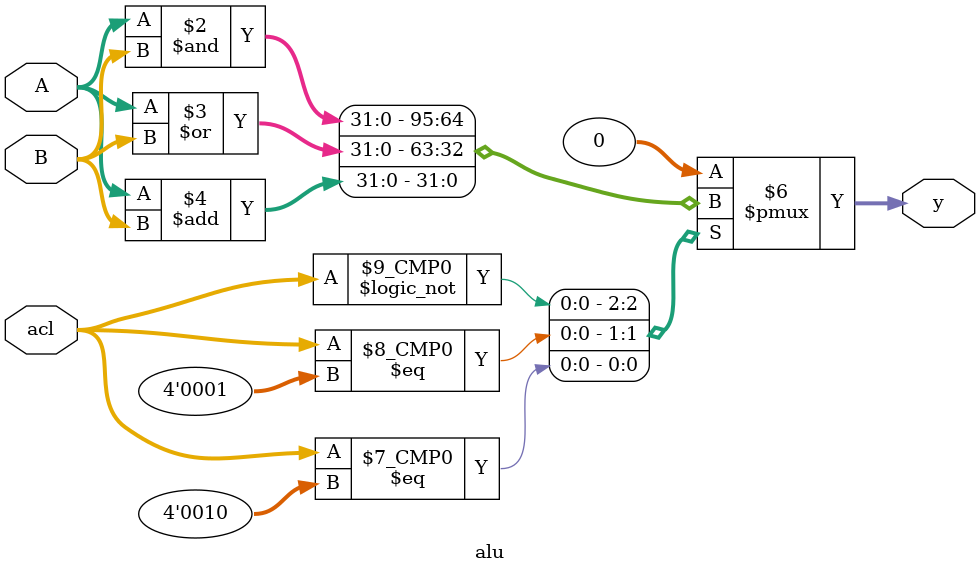
<source format=v>
module alu(A,B,acl,y); //a=read_data_1_rr_ex     b= output of alu_mux   acl=ALU_Control
input [31:0]  A,B;
input [3:0] acl;
output reg [31:0] y;
always@(A,B,acl)
begin
  case(acl)
     4'b0000: y=A&B;
     4'b0001: y=A|B;
     4'b0010: y= A+B;
     default: y=0;
   endcase  
end
endmodule
</source>
